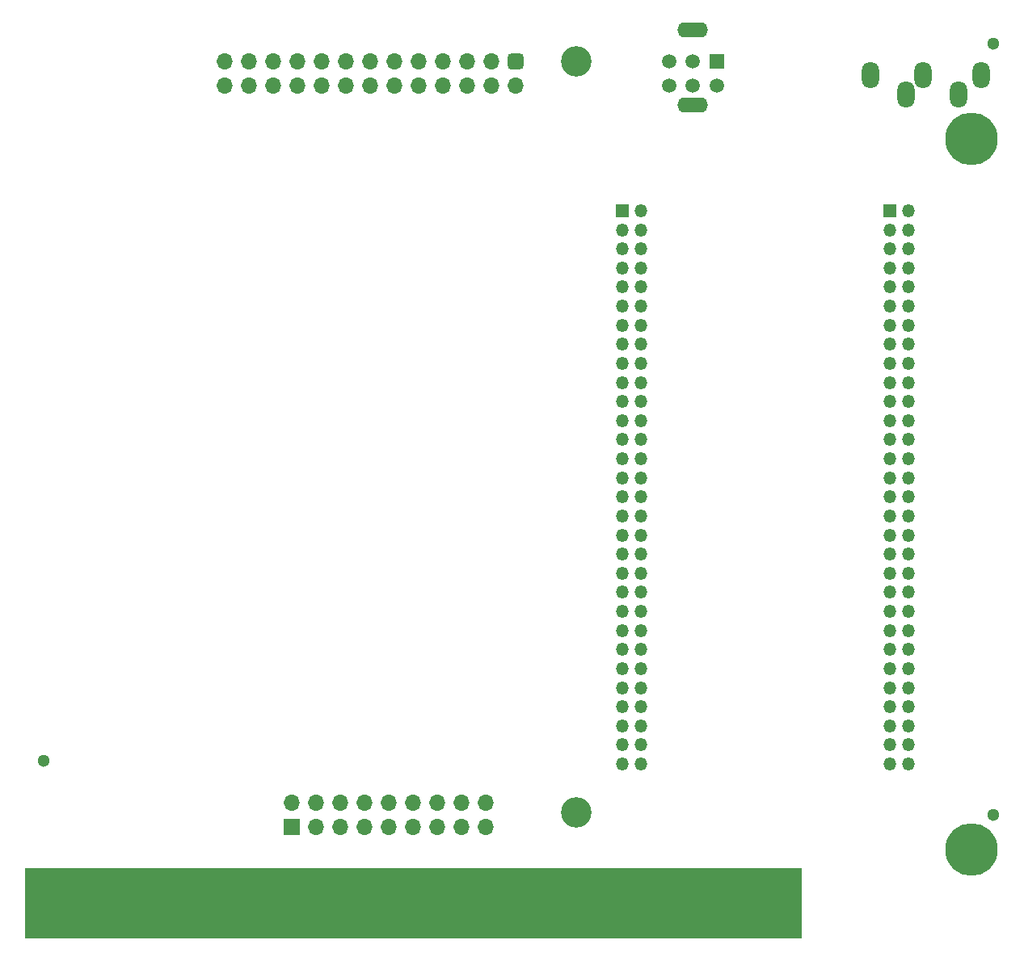
<source format=gbr>
%TF.GenerationSoftware,KiCad,Pcbnew,7.0.6-0*%
%TF.CreationDate,2023-07-28T22:27:15-06:00*%
%TF.ProjectId,ISA adapter,49534120-6164-4617-9074-65722e6b6963,rev?*%
%TF.SameCoordinates,Original*%
%TF.FileFunction,Soldermask,Bot*%
%TF.FilePolarity,Negative*%
%FSLAX46Y46*%
G04 Gerber Fmt 4.6, Leading zero omitted, Abs format (unit mm)*
G04 Created by KiCad (PCBNEW 7.0.6-0) date 2023-07-28 22:27:15*
%MOMM*%
%LPD*%
G01*
G04 APERTURE LIST*
G04 Aperture macros list*
%AMRoundRect*
0 Rectangle with rounded corners*
0 $1 Rounding radius*
0 $2 $3 $4 $5 $6 $7 $8 $9 X,Y pos of 4 corners*
0 Add a 4 corners polygon primitive as box body*
4,1,4,$2,$3,$4,$5,$6,$7,$8,$9,$2,$3,0*
0 Add four circle primitives for the rounded corners*
1,1,$1+$1,$2,$3*
1,1,$1+$1,$4,$5*
1,1,$1+$1,$6,$7*
1,1,$1+$1,$8,$9*
0 Add four rect primitives between the rounded corners*
20,1,$1+$1,$2,$3,$4,$5,0*
20,1,$1+$1,$4,$5,$6,$7,0*
20,1,$1+$1,$6,$7,$8,$9,0*
20,1,$1+$1,$8,$9,$2,$3,0*%
G04 Aperture macros list end*
%ADD10C,0.100000*%
%ADD11C,1.500000*%
%ADD12R,1.500000X1.500000*%
%ADD13O,3.200000X1.600000*%
%ADD14R,1.524000X6.248400*%
%ADD15O,1.800000X2.800000*%
%ADD16C,1.300000*%
%ADD17C,3.200000*%
%ADD18RoundRect,0.425000X-0.425000X0.425000X-0.425000X-0.425000X0.425000X-0.425000X0.425000X0.425000X0*%
%ADD19O,1.700000X1.700000*%
%ADD20C,5.500000*%
%ADD21R,1.350000X1.350000*%
%ADD22O,1.350000X1.350000*%
%ADD23R,1.700000X1.700000*%
G04 APERTURE END LIST*
D10*
X197802500Y-136207500D02*
X116522500Y-136207500D01*
X116522500Y-128905000D01*
X197802500Y-128905000D01*
X197802500Y-136207500D01*
G36*
X197802500Y-136207500D02*
G01*
X116522500Y-136207500D01*
X116522500Y-128905000D01*
X197802500Y-128905000D01*
X197802500Y-136207500D01*
G37*
D11*
%TO.C,RV1*%
X189000000Y-46880000D03*
X186500000Y-46880000D03*
X184000000Y-46880000D03*
D12*
X189000000Y-44380000D03*
D11*
X186500000Y-44380000D03*
X184000000Y-44380000D03*
D13*
X186500000Y-48937000D03*
X186500000Y-41063000D03*
%TD*%
D14*
%TO.C,J3*%
X195262500Y-132092700D03*
X192722500Y-132092700D03*
X190182500Y-132092700D03*
X187642500Y-132092700D03*
X185102500Y-132092700D03*
X182562500Y-132092700D03*
X180022500Y-132092700D03*
X177482500Y-132092700D03*
X174942500Y-132092700D03*
X172402500Y-132092700D03*
X169862500Y-132092700D03*
X167322500Y-132092700D03*
X164782500Y-132092700D03*
X162242500Y-132092700D03*
X159702500Y-132092700D03*
X157162500Y-132092700D03*
X154622500Y-132092700D03*
X152082500Y-132092700D03*
X149542500Y-132092700D03*
X147002500Y-132092700D03*
X144462500Y-132092700D03*
X141922500Y-132092700D03*
X139382500Y-132092700D03*
X136842500Y-132092700D03*
X134302500Y-132092700D03*
X131762500Y-132092700D03*
X129222500Y-132092700D03*
X126682500Y-132092700D03*
X124142500Y-132092700D03*
X121602500Y-132092700D03*
X119062500Y-132092700D03*
%TD*%
D15*
%TO.C,J6*%
X208800000Y-47800000D03*
X210600000Y-45800000D03*
X216700000Y-45800000D03*
X214300000Y-47800000D03*
X205100000Y-45800000D03*
%TD*%
D16*
%TO.C,JLCTOOL2*%
X218000000Y-42500000D03*
%TD*%
D17*
%TO.C,J5*%
X174250000Y-44360000D03*
X174250000Y-123100000D03*
D18*
X167900000Y-44360000D03*
D19*
X167900000Y-46900000D03*
X165360000Y-44360000D03*
X165360000Y-46900000D03*
X162820000Y-44360000D03*
X162820000Y-46900000D03*
X160280000Y-44360000D03*
X160280000Y-46900000D03*
X157740000Y-44360000D03*
X157740000Y-46900000D03*
X155200000Y-44360000D03*
X155200000Y-46900000D03*
X152660000Y-44360000D03*
X152660000Y-46900000D03*
X150120000Y-44360000D03*
X150120000Y-46900000D03*
X147580000Y-44360000D03*
X147580000Y-46900000D03*
X145040000Y-44360000D03*
X145040000Y-46900000D03*
X142500000Y-44360000D03*
X142500000Y-46900000D03*
X139960000Y-44360000D03*
X139960000Y-46900000D03*
X137420000Y-44360000D03*
X137420000Y-46900000D03*
%TD*%
D16*
%TO.C,JLCTOOL1*%
X218000000Y-123300000D03*
%TD*%
D20*
%TO.C,H1*%
X215658700Y-52500000D03*
%TD*%
D21*
%TO.C,J1*%
X179100000Y-60000000D03*
D22*
X181100000Y-60000000D03*
X179100000Y-62000000D03*
X181100000Y-62000000D03*
X179100000Y-64000000D03*
X181100000Y-64000000D03*
X179100000Y-66000000D03*
X181100000Y-66000000D03*
X179100000Y-68000000D03*
X181100000Y-68000000D03*
X179100000Y-70000000D03*
X181100000Y-70000000D03*
X179100000Y-72000000D03*
X181100000Y-72000000D03*
X179100000Y-74000000D03*
X181100000Y-74000000D03*
X179100000Y-76000000D03*
X181100000Y-76000000D03*
X179100000Y-78000000D03*
X181100000Y-78000000D03*
X179100000Y-80000000D03*
X181100000Y-80000000D03*
X179100000Y-82000000D03*
X181100000Y-82000000D03*
X179100000Y-84000000D03*
X181100000Y-84000000D03*
X179100000Y-86000000D03*
X181100000Y-86000000D03*
X179100000Y-88000000D03*
X181100000Y-88000000D03*
X179100000Y-90000000D03*
X181100000Y-90000000D03*
X179100000Y-92000000D03*
X181100000Y-92000000D03*
X179100000Y-94000000D03*
X181100000Y-94000000D03*
X179100000Y-96000000D03*
X181100000Y-96000000D03*
X179100000Y-98000000D03*
X181100000Y-98000000D03*
X179100000Y-100000000D03*
X181100000Y-100000000D03*
X179100000Y-102000000D03*
X181100000Y-102000000D03*
X179100000Y-104000000D03*
X181100000Y-104000000D03*
X179100000Y-106000000D03*
X181100000Y-106000000D03*
X179100000Y-108000000D03*
X181100000Y-108000000D03*
X179100000Y-110000000D03*
X181100000Y-110000000D03*
X179100000Y-112000000D03*
X181100000Y-112000000D03*
X179100000Y-114000000D03*
X181100000Y-114000000D03*
X179100000Y-116000000D03*
X181100000Y-116000000D03*
X179100000Y-118000000D03*
X181100000Y-118000000D03*
%TD*%
D16*
%TO.C,JLCTOOL2*%
X118500000Y-117700000D03*
%TD*%
D21*
%TO.C,J2*%
X207100000Y-60000000D03*
D22*
X209100000Y-60000000D03*
X207100000Y-62000000D03*
X209100000Y-62000000D03*
X207100000Y-64000000D03*
X209100000Y-64000000D03*
X207100000Y-66000000D03*
X209100000Y-66000000D03*
X207100000Y-68000000D03*
X209100000Y-68000000D03*
X207100000Y-70000000D03*
X209100000Y-70000000D03*
X207100000Y-72000000D03*
X209100000Y-72000000D03*
X207100000Y-74000000D03*
X209100000Y-74000000D03*
X207100000Y-76000000D03*
X209100000Y-76000000D03*
X207100000Y-78000000D03*
X209100000Y-78000000D03*
X207100000Y-80000000D03*
X209100000Y-80000000D03*
X207100000Y-82000000D03*
X209100000Y-82000000D03*
X207100000Y-84000000D03*
X209100000Y-84000000D03*
X207100000Y-86000000D03*
X209100000Y-86000000D03*
X207100000Y-88000000D03*
X209100000Y-88000000D03*
X207100000Y-90000000D03*
X209100000Y-90000000D03*
X207100000Y-92000000D03*
X209100000Y-92000000D03*
X207100000Y-94000000D03*
X209100000Y-94000000D03*
X207100000Y-96000000D03*
X209100000Y-96000000D03*
X207100000Y-98000000D03*
X209100000Y-98000000D03*
X207100000Y-100000000D03*
X209100000Y-100000000D03*
X207100000Y-102000000D03*
X209100000Y-102000000D03*
X207100000Y-104000000D03*
X209100000Y-104000000D03*
X207100000Y-106000000D03*
X209100000Y-106000000D03*
X207100000Y-108000000D03*
X209100000Y-108000000D03*
X207100000Y-110000000D03*
X209100000Y-110000000D03*
X207100000Y-112000000D03*
X209100000Y-112000000D03*
X207100000Y-114000000D03*
X209100000Y-114000000D03*
X207100000Y-116000000D03*
X209100000Y-116000000D03*
X207100000Y-118000000D03*
X209100000Y-118000000D03*
%TD*%
D23*
%TO.C,J4*%
X144450000Y-124600000D03*
D19*
X144450000Y-122060000D03*
X146990000Y-124600000D03*
X146990000Y-122060000D03*
X149530000Y-124600000D03*
X149530000Y-122060000D03*
X152070000Y-124600000D03*
X152070000Y-122060000D03*
X154610000Y-124600000D03*
X154610000Y-122060000D03*
X157150000Y-124600000D03*
X157150000Y-122060000D03*
X159690000Y-124600000D03*
X159690000Y-122060000D03*
X162230000Y-124600000D03*
X162230000Y-122060000D03*
X164770000Y-124600000D03*
X164770000Y-122060000D03*
%TD*%
D20*
%TO.C,H2*%
X215658700Y-127008000D03*
%TD*%
M02*

</source>
